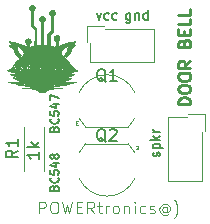
<source format=gbr>
%TF.GenerationSoftware,KiCad,Pcbnew,(5.1.6)-1*%
%TF.CreationDate,2020-09-07T12:05:41+05:30*%
%TF.ProjectId,door,646f6f72-2e6b-4696-9361-645f70636258,rev?*%
%TF.SameCoordinates,Original*%
%TF.FileFunction,Legend,Top*%
%TF.FilePolarity,Positive*%
%FSLAX46Y46*%
G04 Gerber Fmt 4.6, Leading zero omitted, Abs format (unit mm)*
G04 Created by KiCad (PCBNEW (5.1.6)-1) date 2020-09-07 12:05:41*
%MOMM*%
%LPD*%
G01*
G04 APERTURE LIST*
%ADD10C,0.250000*%
%ADD11C,0.150000*%
%ADD12C,0.075000*%
%ADD13C,0.200000*%
%ADD14C,0.125000*%
%ADD15C,0.010000*%
%ADD16C,0.120000*%
G04 APERTURE END LIST*
D10*
X159452380Y-98952380D02*
X158452380Y-98952380D01*
X158452380Y-98714285D01*
X158500000Y-98571428D01*
X158595238Y-98476190D01*
X158690476Y-98428571D01*
X158880952Y-98380952D01*
X159023809Y-98380952D01*
X159214285Y-98428571D01*
X159309523Y-98476190D01*
X159404761Y-98571428D01*
X159452380Y-98714285D01*
X159452380Y-98952380D01*
X158452380Y-97761904D02*
X158452380Y-97571428D01*
X158500000Y-97476190D01*
X158595238Y-97380952D01*
X158785714Y-97333333D01*
X159119047Y-97333333D01*
X159309523Y-97380952D01*
X159404761Y-97476190D01*
X159452380Y-97571428D01*
X159452380Y-97761904D01*
X159404761Y-97857142D01*
X159309523Y-97952380D01*
X159119047Y-98000000D01*
X158785714Y-98000000D01*
X158595238Y-97952380D01*
X158500000Y-97857142D01*
X158452380Y-97761904D01*
X158452380Y-96714285D02*
X158452380Y-96523809D01*
X158500000Y-96428571D01*
X158595238Y-96333333D01*
X158785714Y-96285714D01*
X159119047Y-96285714D01*
X159309523Y-96333333D01*
X159404761Y-96428571D01*
X159452380Y-96523809D01*
X159452380Y-96714285D01*
X159404761Y-96809523D01*
X159309523Y-96904761D01*
X159119047Y-96952380D01*
X158785714Y-96952380D01*
X158595238Y-96904761D01*
X158500000Y-96809523D01*
X158452380Y-96714285D01*
X159452380Y-95285714D02*
X158976190Y-95619047D01*
X159452380Y-95857142D02*
X158452380Y-95857142D01*
X158452380Y-95476190D01*
X158500000Y-95380952D01*
X158547619Y-95333333D01*
X158642857Y-95285714D01*
X158785714Y-95285714D01*
X158880952Y-95333333D01*
X158928571Y-95380952D01*
X158976190Y-95476190D01*
X158976190Y-95857142D01*
X158928571Y-93761904D02*
X158976190Y-93619047D01*
X159023809Y-93571428D01*
X159119047Y-93523809D01*
X159261904Y-93523809D01*
X159357142Y-93571428D01*
X159404761Y-93619047D01*
X159452380Y-93714285D01*
X159452380Y-94095238D01*
X158452380Y-94095238D01*
X158452380Y-93761904D01*
X158500000Y-93666666D01*
X158547619Y-93619047D01*
X158642857Y-93571428D01*
X158738095Y-93571428D01*
X158833333Y-93619047D01*
X158880952Y-93666666D01*
X158928571Y-93761904D01*
X158928571Y-94095238D01*
X158928571Y-93095238D02*
X158928571Y-92761904D01*
X159452380Y-92619047D02*
X159452380Y-93095238D01*
X158452380Y-93095238D01*
X158452380Y-92619047D01*
X159452380Y-91714285D02*
X159452380Y-92190476D01*
X158452380Y-92190476D01*
X159452380Y-90904761D02*
X159452380Y-91380952D01*
X158452380Y-91380952D01*
D11*
X147950000Y-101050000D02*
X147983333Y-100950000D01*
X148016666Y-100916666D01*
X148083333Y-100883333D01*
X148183333Y-100883333D01*
X148250000Y-100916666D01*
X148283333Y-100950000D01*
X148316666Y-101016666D01*
X148316666Y-101283333D01*
X147616666Y-101283333D01*
X147616666Y-101050000D01*
X147650000Y-100983333D01*
X147683333Y-100950000D01*
X147750000Y-100916666D01*
X147816666Y-100916666D01*
X147883333Y-100950000D01*
X147916666Y-100983333D01*
X147950000Y-101050000D01*
X147950000Y-101283333D01*
X148250000Y-100183333D02*
X148283333Y-100216666D01*
X148316666Y-100316666D01*
X148316666Y-100383333D01*
X148283333Y-100483333D01*
X148216666Y-100550000D01*
X148150000Y-100583333D01*
X148016666Y-100616666D01*
X147916666Y-100616666D01*
X147783333Y-100583333D01*
X147716666Y-100550000D01*
X147650000Y-100483333D01*
X147616666Y-100383333D01*
X147616666Y-100316666D01*
X147650000Y-100216666D01*
X147683333Y-100183333D01*
X147616666Y-99550000D02*
X147616666Y-99883333D01*
X147950000Y-99916666D01*
X147916666Y-99883333D01*
X147883333Y-99816666D01*
X147883333Y-99650000D01*
X147916666Y-99583333D01*
X147950000Y-99550000D01*
X148016666Y-99516666D01*
X148183333Y-99516666D01*
X148250000Y-99550000D01*
X148283333Y-99583333D01*
X148316666Y-99650000D01*
X148316666Y-99816666D01*
X148283333Y-99883333D01*
X148250000Y-99916666D01*
X147850000Y-98916666D02*
X148316666Y-98916666D01*
X147583333Y-99083333D02*
X148083333Y-99250000D01*
X148083333Y-98816666D01*
X147616666Y-98616666D02*
X147616666Y-98150000D01*
X148316666Y-98450000D01*
D12*
X155004285Y-102637428D02*
X154904285Y-102637428D01*
X154861428Y-102480285D02*
X155004285Y-102480285D01*
X155004285Y-102780285D01*
X154861428Y-102780285D01*
X149795714Y-100562571D02*
X149895714Y-100562571D01*
X149938571Y-100719714D02*
X149795714Y-100719714D01*
X149795714Y-100419714D01*
X149938571Y-100419714D01*
D13*
X156823809Y-103354761D02*
X156861904Y-103278571D01*
X156861904Y-103126190D01*
X156823809Y-103050000D01*
X156747619Y-103011904D01*
X156709523Y-103011904D01*
X156633333Y-103050000D01*
X156595238Y-103126190D01*
X156595238Y-103240476D01*
X156557142Y-103316666D01*
X156480952Y-103354761D01*
X156442857Y-103354761D01*
X156366666Y-103316666D01*
X156328571Y-103240476D01*
X156328571Y-103126190D01*
X156366666Y-103050000D01*
X156328571Y-102669047D02*
X157128571Y-102669047D01*
X156366666Y-102669047D02*
X156328571Y-102592857D01*
X156328571Y-102440476D01*
X156366666Y-102364285D01*
X156404761Y-102326190D01*
X156480952Y-102288095D01*
X156709523Y-102288095D01*
X156785714Y-102326190D01*
X156823809Y-102364285D01*
X156861904Y-102440476D01*
X156861904Y-102592857D01*
X156823809Y-102669047D01*
X156861904Y-101945238D02*
X156061904Y-101945238D01*
X156557142Y-101869047D02*
X156861904Y-101640476D01*
X156328571Y-101640476D02*
X156633333Y-101945238D01*
X156861904Y-101297619D02*
X156328571Y-101297619D01*
X156480952Y-101297619D02*
X156404761Y-101259523D01*
X156366666Y-101221428D01*
X156328571Y-101145238D01*
X156328571Y-101069047D01*
X154387619Y-91268571D02*
X154387619Y-91916190D01*
X154349523Y-91992380D01*
X154311428Y-92030476D01*
X154235238Y-92068571D01*
X154120952Y-92068571D01*
X154044761Y-92030476D01*
X154387619Y-91763809D02*
X154311428Y-91801904D01*
X154159047Y-91801904D01*
X154082857Y-91763809D01*
X154044761Y-91725714D01*
X154006666Y-91649523D01*
X154006666Y-91420952D01*
X154044761Y-91344761D01*
X154082857Y-91306666D01*
X154159047Y-91268571D01*
X154311428Y-91268571D01*
X154387619Y-91306666D01*
X154768571Y-91268571D02*
X154768571Y-91801904D01*
X154768571Y-91344761D02*
X154806666Y-91306666D01*
X154882857Y-91268571D01*
X154997142Y-91268571D01*
X155073333Y-91306666D01*
X155111428Y-91382857D01*
X155111428Y-91801904D01*
X155835238Y-91801904D02*
X155835238Y-91001904D01*
X155835238Y-91763809D02*
X155759047Y-91801904D01*
X155606666Y-91801904D01*
X155530476Y-91763809D01*
X155492380Y-91725714D01*
X155454285Y-91649523D01*
X155454285Y-91420952D01*
X155492380Y-91344761D01*
X155530476Y-91306666D01*
X155606666Y-91268571D01*
X155759047Y-91268571D01*
X155835238Y-91306666D01*
X151523809Y-91268571D02*
X151714285Y-91801904D01*
X151904761Y-91268571D01*
X152552380Y-91763809D02*
X152476190Y-91801904D01*
X152323809Y-91801904D01*
X152247619Y-91763809D01*
X152209523Y-91725714D01*
X152171428Y-91649523D01*
X152171428Y-91420952D01*
X152209523Y-91344761D01*
X152247619Y-91306666D01*
X152323809Y-91268571D01*
X152476190Y-91268571D01*
X152552380Y-91306666D01*
X153238095Y-91763809D02*
X153161904Y-91801904D01*
X153009523Y-91801904D01*
X152933333Y-91763809D01*
X152895238Y-91725714D01*
X152857142Y-91649523D01*
X152857142Y-91420952D01*
X152895238Y-91344761D01*
X152933333Y-91306666D01*
X153009523Y-91268571D01*
X153161904Y-91268571D01*
X153238095Y-91306666D01*
D14*
X146642857Y-108202380D02*
X146642857Y-107202380D01*
X147023809Y-107202380D01*
X147119047Y-107250000D01*
X147166666Y-107297619D01*
X147214285Y-107392857D01*
X147214285Y-107535714D01*
X147166666Y-107630952D01*
X147119047Y-107678571D01*
X147023809Y-107726190D01*
X146642857Y-107726190D01*
X147833333Y-107202380D02*
X148023809Y-107202380D01*
X148119047Y-107250000D01*
X148214285Y-107345238D01*
X148261904Y-107535714D01*
X148261904Y-107869047D01*
X148214285Y-108059523D01*
X148119047Y-108154761D01*
X148023809Y-108202380D01*
X147833333Y-108202380D01*
X147738095Y-108154761D01*
X147642857Y-108059523D01*
X147595238Y-107869047D01*
X147595238Y-107535714D01*
X147642857Y-107345238D01*
X147738095Y-107250000D01*
X147833333Y-107202380D01*
X148595238Y-107202380D02*
X148833333Y-108202380D01*
X149023809Y-107488095D01*
X149214285Y-108202380D01*
X149452380Y-107202380D01*
X149833333Y-107678571D02*
X150166666Y-107678571D01*
X150309523Y-108202380D02*
X149833333Y-108202380D01*
X149833333Y-107202380D01*
X150309523Y-107202380D01*
X151309523Y-108202380D02*
X150976190Y-107726190D01*
X150738095Y-108202380D02*
X150738095Y-107202380D01*
X151119047Y-107202380D01*
X151214285Y-107250000D01*
X151261904Y-107297619D01*
X151309523Y-107392857D01*
X151309523Y-107535714D01*
X151261904Y-107630952D01*
X151214285Y-107678571D01*
X151119047Y-107726190D01*
X150738095Y-107726190D01*
X151595238Y-107535714D02*
X151976190Y-107535714D01*
X151738095Y-107202380D02*
X151738095Y-108059523D01*
X151785714Y-108154761D01*
X151880952Y-108202380D01*
X151976190Y-108202380D01*
X152309523Y-108202380D02*
X152309523Y-107535714D01*
X152309523Y-107726190D02*
X152357142Y-107630952D01*
X152404761Y-107583333D01*
X152500000Y-107535714D01*
X152595238Y-107535714D01*
X153071428Y-108202380D02*
X152976190Y-108154761D01*
X152928571Y-108107142D01*
X152880952Y-108011904D01*
X152880952Y-107726190D01*
X152928571Y-107630952D01*
X152976190Y-107583333D01*
X153071428Y-107535714D01*
X153214285Y-107535714D01*
X153309523Y-107583333D01*
X153357142Y-107630952D01*
X153404761Y-107726190D01*
X153404761Y-108011904D01*
X153357142Y-108107142D01*
X153309523Y-108154761D01*
X153214285Y-108202380D01*
X153071428Y-108202380D01*
X153833333Y-107535714D02*
X153833333Y-108202380D01*
X153833333Y-107630952D02*
X153880952Y-107583333D01*
X153976190Y-107535714D01*
X154119047Y-107535714D01*
X154214285Y-107583333D01*
X154261904Y-107678571D01*
X154261904Y-108202380D01*
X154738095Y-108202380D02*
X154738095Y-107535714D01*
X154738095Y-107202380D02*
X154690476Y-107250000D01*
X154738095Y-107297619D01*
X154785714Y-107250000D01*
X154738095Y-107202380D01*
X154738095Y-107297619D01*
X155642857Y-108154761D02*
X155547619Y-108202380D01*
X155357142Y-108202380D01*
X155261904Y-108154761D01*
X155214285Y-108107142D01*
X155166666Y-108011904D01*
X155166666Y-107726190D01*
X155214285Y-107630952D01*
X155261904Y-107583333D01*
X155357142Y-107535714D01*
X155547619Y-107535714D01*
X155642857Y-107583333D01*
X156023809Y-108154761D02*
X156119047Y-108202380D01*
X156309523Y-108202380D01*
X156404761Y-108154761D01*
X156452380Y-108059523D01*
X156452380Y-108011904D01*
X156404761Y-107916666D01*
X156309523Y-107869047D01*
X156166666Y-107869047D01*
X156071428Y-107821428D01*
X156023809Y-107726190D01*
X156023809Y-107678571D01*
X156071428Y-107583333D01*
X156166666Y-107535714D01*
X156309523Y-107535714D01*
X156404761Y-107583333D01*
X157500000Y-107726190D02*
X157452380Y-107678571D01*
X157357142Y-107630952D01*
X157261904Y-107630952D01*
X157166666Y-107678571D01*
X157119047Y-107726190D01*
X157071428Y-107821428D01*
X157071428Y-107916666D01*
X157119047Y-108011904D01*
X157166666Y-108059523D01*
X157261904Y-108107142D01*
X157357142Y-108107142D01*
X157452380Y-108059523D01*
X157500000Y-108011904D01*
X157500000Y-107630952D02*
X157500000Y-108011904D01*
X157547619Y-108059523D01*
X157595238Y-108059523D01*
X157690476Y-108011904D01*
X157738095Y-107916666D01*
X157738095Y-107678571D01*
X157642857Y-107535714D01*
X157500000Y-107440476D01*
X157309523Y-107392857D01*
X157119047Y-107440476D01*
X156976190Y-107535714D01*
X156880952Y-107678571D01*
X156833333Y-107869047D01*
X156880952Y-108059523D01*
X156976190Y-108202380D01*
X157119047Y-108297619D01*
X157309523Y-108345238D01*
X157500000Y-108297619D01*
X157642857Y-108202380D01*
X158071428Y-108583333D02*
X158119047Y-108535714D01*
X158214285Y-108392857D01*
X158261904Y-108297619D01*
X158309523Y-108154761D01*
X158357142Y-107916666D01*
X158357142Y-107726190D01*
X158309523Y-107488095D01*
X158261904Y-107345238D01*
X158214285Y-107250000D01*
X158119047Y-107107142D01*
X158071428Y-107059523D01*
D15*
%TO.C,G\u002A\u002A\u002A*%
G36*
X144673957Y-95709564D02*
G01*
X144686454Y-95748973D01*
X144662974Y-95796798D01*
X144653954Y-95805833D01*
X144604311Y-95839393D01*
X144575893Y-95831017D01*
X144569254Y-95780953D01*
X144570340Y-95768227D01*
X144584354Y-95713793D01*
X144616008Y-95693989D01*
X144628752Y-95693181D01*
X144673957Y-95709564D01*
G37*
X144673957Y-95709564D02*
X144686454Y-95748973D01*
X144662974Y-95796798D01*
X144653954Y-95805833D01*
X144604311Y-95839393D01*
X144575893Y-95831017D01*
X144569254Y-95780953D01*
X144570340Y-95768227D01*
X144584354Y-95713793D01*
X144616008Y-95693989D01*
X144628752Y-95693181D01*
X144673957Y-95709564D01*
G36*
X148874868Y-95926691D02*
G01*
X148870900Y-95935636D01*
X148848075Y-95957664D01*
X148844000Y-95958727D01*
X148833091Y-95940862D01*
X148832800Y-95935636D01*
X148852326Y-95913432D01*
X148859699Y-95912545D01*
X148874868Y-95926691D01*
G37*
X148874868Y-95926691D02*
X148870900Y-95935636D01*
X148848075Y-95957664D01*
X148844000Y-95958727D01*
X148833091Y-95940862D01*
X148832800Y-95935636D01*
X148852326Y-95913432D01*
X148859699Y-95912545D01*
X148874868Y-95926691D01*
G36*
X148969512Y-95760441D02*
G01*
X149028323Y-95799604D01*
X149057697Y-95852681D01*
X149057147Y-95880659D01*
X149033438Y-95921025D01*
X148998431Y-95928288D01*
X148970443Y-95899803D01*
X148968318Y-95893484D01*
X148934908Y-95846007D01*
X148880927Y-95831359D01*
X148820309Y-95848478D01*
X148766985Y-95896295D01*
X148758370Y-95909537D01*
X148749601Y-95957979D01*
X148785821Y-95990691D01*
X148863168Y-96004626D01*
X148879090Y-96004909D01*
X148934745Y-96007703D01*
X148948299Y-96019644D01*
X148934400Y-96039545D01*
X148877292Y-96069937D01*
X148804965Y-96067229D01*
X148736365Y-96032497D01*
X148731200Y-96028000D01*
X148693831Y-95985798D01*
X148680400Y-95956444D01*
X148697583Y-95896319D01*
X148739578Y-95828253D01*
X148792053Y-95772782D01*
X148821223Y-95754645D01*
X148895675Y-95742889D01*
X148969512Y-95760441D01*
G37*
X148969512Y-95760441D02*
X149028323Y-95799604D01*
X149057697Y-95852681D01*
X149057147Y-95880659D01*
X149033438Y-95921025D01*
X148998431Y-95928288D01*
X148970443Y-95899803D01*
X148968318Y-95893484D01*
X148934908Y-95846007D01*
X148880927Y-95831359D01*
X148820309Y-95848478D01*
X148766985Y-95896295D01*
X148758370Y-95909537D01*
X148749601Y-95957979D01*
X148785821Y-95990691D01*
X148863168Y-96004626D01*
X148879090Y-96004909D01*
X148934745Y-96007703D01*
X148948299Y-96019644D01*
X148934400Y-96039545D01*
X148877292Y-96069937D01*
X148804965Y-96067229D01*
X148736365Y-96032497D01*
X148731200Y-96028000D01*
X148693831Y-95985798D01*
X148680400Y-95956444D01*
X148697583Y-95896319D01*
X148739578Y-95828253D01*
X148792053Y-95772782D01*
X148821223Y-95754645D01*
X148895675Y-95742889D01*
X148969512Y-95760441D01*
G36*
X147457229Y-95929282D02*
G01*
X147457781Y-95968685D01*
X147435301Y-96014546D01*
X147414749Y-96035966D01*
X147358668Y-96069411D01*
X147321098Y-96066206D01*
X147308800Y-96031578D01*
X147328089Y-95982774D01*
X147372998Y-95936986D01*
X147424088Y-95913079D01*
X147431450Y-95912545D01*
X147457229Y-95929282D01*
G37*
X147457229Y-95929282D02*
X147457781Y-95968685D01*
X147435301Y-96014546D01*
X147414749Y-96035966D01*
X147358668Y-96069411D01*
X147321098Y-96066206D01*
X147308800Y-96031578D01*
X147328089Y-95982774D01*
X147372998Y-95936986D01*
X147424088Y-95913079D01*
X147431450Y-95912545D01*
X147457229Y-95929282D01*
G36*
X146278408Y-95720238D02*
G01*
X146293996Y-95756476D01*
X146274128Y-95797996D01*
X146243669Y-95819369D01*
X146192599Y-95839914D01*
X146170674Y-95829063D01*
X146165813Y-95779773D01*
X146165800Y-95774000D01*
X146172634Y-95724492D01*
X146201686Y-95706381D01*
X146229300Y-95704727D01*
X146278408Y-95720238D01*
G37*
X146278408Y-95720238D02*
X146293996Y-95756476D01*
X146274128Y-95797996D01*
X146243669Y-95819369D01*
X146192599Y-95839914D01*
X146170674Y-95829063D01*
X146165813Y-95779773D01*
X146165800Y-95774000D01*
X146172634Y-95724492D01*
X146201686Y-95706381D01*
X146229300Y-95704727D01*
X146278408Y-95720238D01*
G36*
X145041793Y-95800005D02*
G01*
X145068764Y-95842329D01*
X145073600Y-95889167D01*
X145057812Y-95956167D01*
X145017741Y-96015324D01*
X144964323Y-96057876D01*
X144908495Y-96075057D01*
X144861933Y-96058787D01*
X144840885Y-96010238D01*
X144851402Y-95944514D01*
X144889027Y-95877005D01*
X144925376Y-95839883D01*
X144993210Y-95798928D01*
X145041793Y-95800005D01*
G37*
X145041793Y-95800005D02*
X145068764Y-95842329D01*
X145073600Y-95889167D01*
X145057812Y-95956167D01*
X145017741Y-96015324D01*
X144964323Y-96057876D01*
X144908495Y-96075057D01*
X144861933Y-96058787D01*
X144840885Y-96010238D01*
X144851402Y-95944514D01*
X144889027Y-95877005D01*
X144925376Y-95839883D01*
X144993210Y-95798928D01*
X145041793Y-95800005D01*
G36*
X146111334Y-90564306D02*
G01*
X146191420Y-90601463D01*
X146251704Y-90670250D01*
X146266410Y-90702819D01*
X146283052Y-90802095D01*
X146253263Y-90889730D01*
X146189218Y-90961271D01*
X146115146Y-91025785D01*
X146115869Y-91653215D01*
X146116592Y-92280646D01*
X146268196Y-92422812D01*
X146419799Y-92564978D01*
X146419800Y-93268943D01*
X146419936Y-93467767D01*
X146420558Y-93625218D01*
X146421989Y-93746106D01*
X146424549Y-93835239D01*
X146428561Y-93897426D01*
X146434345Y-93937477D01*
X146442223Y-93960200D01*
X146452518Y-93970404D01*
X146465550Y-93972898D01*
X146466874Y-93972909D01*
X146516673Y-93970577D01*
X146597332Y-93964536D01*
X146670074Y-93958074D01*
X146826200Y-93943239D01*
X146826200Y-91937927D01*
X146750863Y-91880299D01*
X146682280Y-91802867D01*
X146656232Y-91716595D01*
X146668794Y-91631322D01*
X146716041Y-91556884D01*
X146794050Y-91503122D01*
X146898895Y-91479872D01*
X146910703Y-91479604D01*
X147012704Y-91498670D01*
X147091069Y-91550149D01*
X147141321Y-91623680D01*
X147158980Y-91708903D01*
X147139566Y-91795458D01*
X147080200Y-91871636D01*
X147004000Y-91936346D01*
X147004000Y-92943082D01*
X147004102Y-93185341D01*
X147004529Y-93385428D01*
X147005457Y-93547351D01*
X147007063Y-93675119D01*
X147009523Y-93772740D01*
X147013015Y-93844224D01*
X147017716Y-93893580D01*
X147023803Y-93924817D01*
X147031452Y-93941942D01*
X147040841Y-93948966D01*
X147048450Y-93950018D01*
X147098495Y-93952805D01*
X147176986Y-93959694D01*
X147226250Y-93964780D01*
X147359600Y-93979341D01*
X147359600Y-93022184D01*
X147512000Y-92877903D01*
X147664400Y-92733623D01*
X147664400Y-92096587D01*
X147664399Y-91459552D01*
X147588200Y-91390279D01*
X147527261Y-91308749D01*
X147509136Y-91222926D01*
X147527664Y-91140785D01*
X147576682Y-91070300D01*
X147650030Y-91019444D01*
X147741545Y-90996192D01*
X147845067Y-91008518D01*
X147874906Y-91019240D01*
X147942679Y-91068029D01*
X147995723Y-91142302D01*
X148019743Y-91221364D01*
X148020000Y-91229288D01*
X148000068Y-91300351D01*
X147948791Y-91375042D01*
X147887926Y-91428445D01*
X147874683Y-91440098D01*
X147864263Y-91458995D01*
X147856330Y-91490274D01*
X147850549Y-91539071D01*
X147846586Y-91610522D01*
X147844106Y-91709766D01*
X147842775Y-91841939D01*
X147842258Y-92012177D01*
X147842200Y-92130345D01*
X147842200Y-92802072D01*
X147537400Y-93076596D01*
X147537400Y-93535408D01*
X147537399Y-93994220D01*
X147645350Y-94019838D01*
X147738738Y-94042702D01*
X147844014Y-94069444D01*
X147878560Y-94078456D01*
X147954060Y-94097352D01*
X148009019Y-94109292D01*
X148024610Y-94111454D01*
X148032753Y-94089877D01*
X148039399Y-94031187D01*
X148043848Y-93944449D01*
X148045400Y-93842935D01*
X148045400Y-93574415D01*
X147953692Y-93482134D01*
X147899494Y-93422589D01*
X147875284Y-93376723D01*
X147873449Y-93327161D01*
X147876610Y-93306154D01*
X147914859Y-93211206D01*
X147984774Y-93142941D01*
X148075176Y-93105368D01*
X148174886Y-93102496D01*
X148272722Y-93138336D01*
X148297451Y-93155234D01*
X148348726Y-93202798D01*
X148371190Y-93254437D01*
X148375600Y-93318647D01*
X148367689Y-93396120D01*
X148336661Y-93453595D01*
X148299400Y-93491552D01*
X148265319Y-93524324D01*
X148243300Y-93555256D01*
X148230709Y-93595059D01*
X148224913Y-93654443D01*
X148223279Y-93744120D01*
X148223200Y-93801503D01*
X148224975Y-93900635D01*
X148229774Y-93979933D01*
X148236805Y-94029822D01*
X148243081Y-94042181D01*
X148273791Y-94032056D01*
X148336260Y-94005363D01*
X148417639Y-93967626D01*
X148427231Y-93963020D01*
X148657446Y-93868177D01*
X148928929Y-93786118D01*
X149245489Y-93715721D01*
X149301289Y-93705335D01*
X149425052Y-93682732D01*
X149534934Y-93662422D01*
X149618903Y-93646645D01*
X149664650Y-93637701D01*
X149707208Y-93634319D01*
X149717314Y-93651529D01*
X149693975Y-93693429D01*
X149636195Y-93764121D01*
X149633146Y-93767614D01*
X149572258Y-93841885D01*
X149548146Y-93888015D01*
X149562380Y-93911157D01*
X149616534Y-93916466D01*
X149677350Y-93912485D01*
X149810700Y-93900420D01*
X149734500Y-93953334D01*
X149587246Y-94064773D01*
X149476689Y-94172180D01*
X149391955Y-94287734D01*
X149329683Y-94406788D01*
X149257785Y-94556952D01*
X149193380Y-94670874D01*
X149130579Y-94756864D01*
X149063494Y-94823233D01*
X149003247Y-94867483D01*
X148889278Y-94941889D01*
X148822939Y-94894450D01*
X148777538Y-94856781D01*
X148756739Y-94829256D01*
X148756600Y-94827917D01*
X148769907Y-94800240D01*
X148804643Y-94746812D01*
X148848826Y-94685275D01*
X148932871Y-94562816D01*
X148988227Y-94454302D01*
X149022964Y-94341801D01*
X149036878Y-94267441D01*
X149069305Y-94147727D01*
X149125929Y-94059949D01*
X149166549Y-94007675D01*
X149166629Y-93982768D01*
X149126596Y-93985288D01*
X149046877Y-94015293D01*
X148990705Y-94041377D01*
X148831620Y-94131357D01*
X148694694Y-94234103D01*
X148586090Y-94343184D01*
X148511971Y-94452175D01*
X148478500Y-94554645D01*
X148477200Y-94576931D01*
X148490799Y-94644321D01*
X148533512Y-94724747D01*
X148608208Y-94821965D01*
X148717759Y-94939731D01*
X148858200Y-95075433D01*
X148971154Y-95185862D01*
X149087604Y-95308308D01*
X149194637Y-95428683D01*
X149279338Y-95532901D01*
X149287158Y-95543342D01*
X149414560Y-95709764D01*
X149523181Y-95838752D01*
X149616848Y-95934229D01*
X149699388Y-96000119D01*
X149770433Y-96038657D01*
X149843886Y-96073088D01*
X149869600Y-96098447D01*
X149848789Y-96118020D01*
X149804350Y-96130666D01*
X149732468Y-96148181D01*
X149634763Y-96174381D01*
X149520642Y-96206463D01*
X149399512Y-96241623D01*
X149280780Y-96277056D01*
X149173855Y-96309959D01*
X149088143Y-96337529D01*
X149033052Y-96356960D01*
X149017458Y-96365204D01*
X149054896Y-96376384D01*
X149136097Y-96385546D01*
X149254050Y-96392178D01*
X149401745Y-96395769D01*
X149441130Y-96396124D01*
X149534731Y-96398768D01*
X149601745Y-96404698D01*
X149632166Y-96412836D01*
X149631630Y-96416649D01*
X149601066Y-96431519D01*
X149531801Y-96460485D01*
X149432171Y-96500206D01*
X149310516Y-96547342D01*
X149213800Y-96584058D01*
X149087426Y-96633049D01*
X148984009Y-96675909D01*
X148909923Y-96709762D01*
X148871537Y-96731733D01*
X148870900Y-96738833D01*
X148917692Y-96738444D01*
X149000304Y-96731889D01*
X149104414Y-96720428D01*
X149157432Y-96713607D01*
X149263953Y-96701280D01*
X149341536Y-96696412D01*
X149381675Y-96699376D01*
X149385182Y-96703592D01*
X149353301Y-96736100D01*
X149282149Y-96779837D01*
X149180386Y-96830722D01*
X149056665Y-96884671D01*
X148919646Y-96937602D01*
X148807400Y-96976105D01*
X148684451Y-97016158D01*
X148570598Y-97053926D01*
X148479157Y-97084951D01*
X148426400Y-97103659D01*
X148337500Y-97136956D01*
X148464500Y-97125623D01*
X148526091Y-97121947D01*
X148629472Y-97117824D01*
X148765639Y-97113524D01*
X148925588Y-97109317D01*
X149100314Y-97105472D01*
X149201100Y-97103581D01*
X149810700Y-97092871D01*
X149300533Y-97124168D01*
X149065875Y-97140481D01*
X148830446Y-97160377D01*
X148602434Y-97182902D01*
X148390023Y-97207106D01*
X148201401Y-97232035D01*
X148044754Y-97256736D01*
X147928268Y-97280259D01*
X147903074Y-97286749D01*
X147828671Y-97311873D01*
X147759629Y-97342548D01*
X147705450Y-97373159D01*
X147675636Y-97398090D01*
X147679690Y-97411726D01*
X147689800Y-97412788D01*
X147728933Y-97409118D01*
X147806496Y-97398879D01*
X147910921Y-97383681D01*
X148020000Y-97366825D01*
X148225168Y-97336359D01*
X148433395Y-97309168D01*
X148634315Y-97286330D01*
X148817562Y-97268919D01*
X148972770Y-97258012D01*
X149089575Y-97254683D01*
X149099344Y-97254820D01*
X149154640Y-97256792D01*
X149172326Y-97260304D01*
X149149281Y-97266064D01*
X149082387Y-97274780D01*
X148968523Y-97287162D01*
X148947100Y-97289390D01*
X148805370Y-97306356D01*
X148641698Y-97329705D01*
X148464178Y-97357902D01*
X148280906Y-97389414D01*
X148099975Y-97422705D01*
X147929479Y-97456241D01*
X147777514Y-97488487D01*
X147652173Y-97517910D01*
X147561551Y-97542974D01*
X147516136Y-97560669D01*
X147489920Y-97585004D01*
X147508288Y-97599500D01*
X147566046Y-97603523D01*
X147657998Y-97596441D01*
X147728117Y-97586485D01*
X147832009Y-97573987D01*
X147962825Y-97564594D01*
X148108623Y-97558457D01*
X148257463Y-97555729D01*
X148397402Y-97556558D01*
X148516498Y-97561097D01*
X148602810Y-97569496D01*
X148629600Y-97575091D01*
X148631287Y-97582315D01*
X148586114Y-97588420D01*
X148498010Y-97593136D01*
X148370905Y-97596193D01*
X148312100Y-97596873D01*
X148094720Y-97602763D01*
X147892684Y-97615899D01*
X147721827Y-97635178D01*
X147689800Y-97640167D01*
X147575926Y-97660096D01*
X147497819Y-97678545D01*
X147441097Y-97701415D01*
X147391379Y-97734608D01*
X147334284Y-97784026D01*
X147330200Y-97787736D01*
X147217402Y-97873267D01*
X147099052Y-97925394D01*
X147077940Y-97931470D01*
X146994517Y-97953144D01*
X146937953Y-97962503D01*
X146886410Y-97960388D01*
X146818052Y-97947641D01*
X146793624Y-97942430D01*
X146662977Y-97903304D01*
X146554967Y-97842011D01*
X146466321Y-97765192D01*
X146423031Y-97724561D01*
X146383378Y-97696425D01*
X146335434Y-97676570D01*
X146267272Y-97660781D01*
X146166964Y-97644847D01*
X146098021Y-97635087D01*
X145959077Y-97619558D01*
X145791733Y-97606721D01*
X145618374Y-97598028D01*
X145480000Y-97594967D01*
X145340446Y-97593348D01*
X145249070Y-97589947D01*
X145203278Y-97584547D01*
X145200479Y-97576929D01*
X145213300Y-97572514D01*
X145302768Y-97558121D01*
X145430362Y-97550857D01*
X145584099Y-97550254D01*
X145751998Y-97555845D01*
X145922075Y-97567161D01*
X146082349Y-97583735D01*
X146220837Y-97605099D01*
X146261050Y-97613420D01*
X146306930Y-97614057D01*
X146318200Y-97591610D01*
X146315403Y-97572277D01*
X146301542Y-97556701D01*
X146268409Y-97541870D01*
X146207798Y-97524773D01*
X146111502Y-97502399D01*
X146020811Y-97482495D01*
X145755308Y-97426604D01*
X145522120Y-97382038D01*
X145305177Y-97346050D01*
X145088410Y-97315893D01*
X144946600Y-97298867D01*
X144809910Y-97282786D01*
X144720876Y-97270932D01*
X144676631Y-97262714D01*
X144674306Y-97257541D01*
X144711036Y-97254821D01*
X144730855Y-97254367D01*
X144843359Y-97257058D01*
X144995271Y-97267386D01*
X145176116Y-97284261D01*
X145375419Y-97306592D01*
X145582704Y-97333286D01*
X145787495Y-97363253D01*
X145810200Y-97366825D01*
X145944000Y-97387983D01*
X146035691Y-97401918D01*
X146093224Y-97409260D01*
X146124552Y-97410635D01*
X146137625Y-97406672D01*
X146140396Y-97398000D01*
X146140400Y-97392906D01*
X146117052Y-97366600D01*
X146053573Y-97335403D01*
X145959807Y-97302703D01*
X145845602Y-97271885D01*
X145720803Y-97246338D01*
X145708147Y-97244208D01*
X145509725Y-97214012D01*
X145303993Y-97188070D01*
X145080259Y-97165304D01*
X144827828Y-97144631D01*
X144536008Y-97124973D01*
X144514800Y-97123666D01*
X144019500Y-97093310D01*
X144629100Y-97103527D01*
X144807215Y-97106942D01*
X144974705Y-97110955D01*
X145122784Y-97115293D01*
X145242669Y-97119682D01*
X145325573Y-97123850D01*
X145353000Y-97126031D01*
X145415615Y-97130376D01*
X145435929Y-97125026D01*
X145412550Y-97109272D01*
X145344087Y-97082401D01*
X145229149Y-97043701D01*
X145131374Y-97012653D01*
X145010270Y-96973781D01*
X144893819Y-96934685D01*
X144798746Y-96901059D01*
X144758744Y-96885806D01*
X144687200Y-96853436D01*
X144606955Y-96811771D01*
X144529140Y-96767393D01*
X144464889Y-96726883D01*
X144425332Y-96696823D01*
X144418813Y-96684836D01*
X144446233Y-96684611D01*
X144511993Y-96691002D01*
X144604371Y-96702760D01*
X144655548Y-96710065D01*
X144797939Y-96730105D01*
X144896931Y-96741136D01*
X144951929Y-96742069D01*
X144962336Y-96731819D01*
X144927555Y-96709299D01*
X144846991Y-96673422D01*
X144720046Y-96623101D01*
X144578300Y-96569312D01*
X144452561Y-96521460D01*
X144343054Y-96478580D01*
X144258636Y-96444233D01*
X144208161Y-96421980D01*
X144198569Y-96416624D01*
X144211644Y-96408385D01*
X144266070Y-96401352D01*
X144352396Y-96396431D01*
X144427169Y-96394722D01*
X144588308Y-96391866D01*
X144699030Y-96386323D01*
X144759700Y-96376580D01*
X144770686Y-96361127D01*
X144732354Y-96338453D01*
X144645069Y-96307046D01*
X144509198Y-96265395D01*
X144461878Y-96251511D01*
X144332771Y-96214125D01*
X144221215Y-96182345D01*
X144135934Y-96158615D01*
X144085650Y-96145379D01*
X144076182Y-96143454D01*
X144043858Y-96135852D01*
X143989403Y-96118106D01*
X143917900Y-96092757D01*
X144048597Y-96039659D01*
X144115135Y-96007565D01*
X144179467Y-95964058D01*
X144246989Y-95903664D01*
X144323096Y-95820911D01*
X144350983Y-95786679D01*
X144481468Y-95786679D01*
X144491669Y-95916485D01*
X144504858Y-96023610D01*
X144522195Y-96088010D01*
X144545986Y-96113449D01*
X144567896Y-96098729D01*
X144579593Y-96042655D01*
X144579888Y-96034386D01*
X144594048Y-95984254D01*
X144768800Y-95984254D01*
X144786852Y-96070293D01*
X144836945Y-96122800D01*
X144912978Y-96138748D01*
X145008854Y-96115114D01*
X145021307Y-96109519D01*
X145082115Y-96062622D01*
X145124009Y-95999838D01*
X145154527Y-95924091D01*
X145200340Y-96018841D01*
X145247624Y-96091944D01*
X145299596Y-96132295D01*
X145348446Y-96134139D01*
X145353439Y-96131662D01*
X145374686Y-96103617D01*
X145399919Y-96049707D01*
X145404661Y-96037172D01*
X145434628Y-95954624D01*
X145482341Y-96025948D01*
X145522529Y-96078269D01*
X145555603Y-96094643D01*
X145595472Y-96081162D01*
X145601114Y-96077977D01*
X145631776Y-96041510D01*
X145656725Y-95978265D01*
X145674524Y-95900284D01*
X145683735Y-95819609D01*
X145682921Y-95748281D01*
X145670645Y-95698342D01*
X145648423Y-95681636D01*
X145622204Y-95702957D01*
X145600424Y-95759882D01*
X145586050Y-95841852D01*
X145581879Y-95918318D01*
X145574064Y-95969031D01*
X145553469Y-95977055D01*
X145523415Y-95943501D01*
X145495663Y-95889454D01*
X145456093Y-95822466D01*
X145418327Y-95799335D01*
X145386455Y-95820239D01*
X145364871Y-95883681D01*
X145344483Y-95973755D01*
X145323690Y-96017864D01*
X145301004Y-96016214D01*
X145274940Y-95969011D01*
X145250935Y-95899492D01*
X145223657Y-95834338D01*
X145191893Y-95790583D01*
X145177601Y-95781757D01*
X145119652Y-95761073D01*
X145092994Y-95749223D01*
X145003919Y-95728547D01*
X144917922Y-95747162D01*
X144844066Y-95798497D01*
X144791413Y-95875982D01*
X144769026Y-95973049D01*
X144768800Y-95984254D01*
X144594048Y-95984254D01*
X144598295Y-95969221D01*
X144655223Y-95901241D01*
X144675138Y-95883487D01*
X144743425Y-95807520D01*
X144769064Y-95736334D01*
X144750314Y-95675995D01*
X144738320Y-95663163D01*
X144690100Y-95643573D01*
X144617889Y-95636224D01*
X144545896Y-95641468D01*
X144498334Y-95659659D01*
X144498327Y-95659666D01*
X144483685Y-95700957D01*
X144481468Y-95786679D01*
X144350983Y-95786679D01*
X144413185Y-95710326D01*
X144505278Y-95589272D01*
X145710993Y-95589272D01*
X145724606Y-95710500D01*
X145746314Y-95874792D01*
X145770315Y-95996570D01*
X145797847Y-96079493D01*
X145830144Y-96127219D01*
X145868443Y-96143406D01*
X145870913Y-96143454D01*
X145908255Y-96131312D01*
X145968066Y-96100738D01*
X145994803Y-96084894D01*
X146063952Y-96033821D01*
X146089914Y-95997624D01*
X146075632Y-95981854D01*
X146024046Y-95992062D01*
X145960950Y-96021013D01*
X145902127Y-96047200D01*
X145871471Y-96040271D01*
X145857278Y-95995731D01*
X145855197Y-95980391D01*
X145857795Y-95940942D01*
X145887914Y-95922796D01*
X145932391Y-95916750D01*
X145991592Y-95903520D01*
X146005605Y-95882995D01*
X145977526Y-95862234D01*
X145910451Y-95848295D01*
X145902049Y-95847573D01*
X145840275Y-95839993D01*
X145815367Y-95820419D01*
X145813477Y-95774141D01*
X145815113Y-95755210D01*
X145819081Y-95727206D01*
X146093917Y-95727206D01*
X146095935Y-95861690D01*
X146126601Y-95989374D01*
X146166919Y-96070304D01*
X146210846Y-96120440D01*
X146242654Y-96128754D01*
X146255984Y-96096771D01*
X146250693Y-96050195D01*
X146242360Y-96004420D01*
X146250942Y-95986293D01*
X146286719Y-95992402D01*
X146352382Y-96016454D01*
X146422434Y-96039205D01*
X146477817Y-96050737D01*
X146484600Y-96051091D01*
X146518368Y-96042555D01*
X146511187Y-96020349D01*
X146468523Y-95989579D01*
X146395841Y-95955348D01*
X146372580Y-95946467D01*
X146240143Y-95898069D01*
X146285005Y-95855392D01*
X146537114Y-95855392D01*
X146572250Y-95883424D01*
X146594962Y-95892078D01*
X146652047Y-95920556D01*
X146681294Y-95969575D01*
X146689079Y-96001163D01*
X146712433Y-96080525D01*
X146742234Y-96124625D01*
X146774748Y-96128639D01*
X146783070Y-96122627D01*
X146793069Y-96081372D01*
X146776620Y-96030678D01*
X146756976Y-95966449D01*
X146774431Y-95928559D01*
X146833590Y-95907848D01*
X146838865Y-95906900D01*
X146880182Y-95905577D01*
X146910690Y-95925608D01*
X146942131Y-95976594D01*
X146954528Y-96001471D01*
X147003621Y-96086514D01*
X147046192Y-96130166D01*
X147079293Y-96131935D01*
X147099975Y-96091331D01*
X147105600Y-96026637D01*
X147106082Y-96018709D01*
X147229054Y-96018709D01*
X147246705Y-96081114D01*
X147295484Y-96126477D01*
X147363996Y-96142752D01*
X147407689Y-96127785D01*
X147464719Y-96089589D01*
X147482053Y-96074763D01*
X147557613Y-96006071D01*
X147573390Y-96063217D01*
X147601326Y-96107261D01*
X147641514Y-96122301D01*
X147676799Y-96107575D01*
X147690188Y-96068409D01*
X147702110Y-96000533D01*
X147729544Y-95968258D01*
X147761904Y-95973506D01*
X147788605Y-96018197D01*
X147795599Y-96049282D01*
X147814171Y-96099661D01*
X147840749Y-96114937D01*
X147862359Y-96093513D01*
X147867600Y-96058153D01*
X147852316Y-95982453D01*
X147827691Y-95946746D01*
X147919223Y-95946746D01*
X147922471Y-96015872D01*
X147935202Y-96077199D01*
X147944693Y-96098790D01*
X147978592Y-96136218D01*
X148007951Y-96139113D01*
X148020000Y-96107508D01*
X148024591Y-96084471D01*
X148047356Y-96089893D01*
X148076451Y-96107508D01*
X148153835Y-96140125D01*
X148219920Y-96129212D01*
X148259851Y-96098727D01*
X148290672Y-96052217D01*
X148282395Y-96024959D01*
X148242424Y-96026137D01*
X148212760Y-96040322D01*
X148167042Y-96062576D01*
X148138233Y-96055644D01*
X148121450Y-96039381D01*
X148104114Y-95989732D01*
X148121510Y-95936306D01*
X148160268Y-95901087D01*
X148324800Y-95901087D01*
X148345633Y-95954224D01*
X148395331Y-95991210D01*
X148454688Y-95999083D01*
X148465671Y-95996150D01*
X148504839Y-95993900D01*
X148512102Y-96017484D01*
X148485466Y-96055405D01*
X148477200Y-96062636D01*
X148444847Y-96103102D01*
X148447270Y-96134173D01*
X148474271Y-96143454D01*
X148503281Y-96128186D01*
X148547916Y-96090974D01*
X148552629Y-96086472D01*
X148611515Y-96029490D01*
X148686006Y-96086472D01*
X148780125Y-96134591D01*
X148877475Y-96136674D01*
X148955880Y-96106869D01*
X149056609Y-96027076D01*
X149116514Y-95919967D01*
X149123572Y-95894950D01*
X149129586Y-95840632D01*
X149110131Y-95796869D01*
X149073931Y-95759746D01*
X149144597Y-95759746D01*
X149147360Y-95787068D01*
X149195074Y-95834091D01*
X149203666Y-95840984D01*
X149249165Y-95887785D01*
X149257122Y-95935351D01*
X149252927Y-95954830D01*
X149228428Y-96049809D01*
X149217892Y-96107605D01*
X149220903Y-96135328D01*
X149237048Y-96140089D01*
X149242192Y-96138800D01*
X149279413Y-96111648D01*
X149308675Y-96072358D01*
X149334332Y-95992086D01*
X149331011Y-95907786D01*
X149303288Y-95831496D01*
X149255734Y-95775253D01*
X149192924Y-95751098D01*
X149186556Y-95750909D01*
X149144597Y-95759746D01*
X149073931Y-95759746D01*
X149065360Y-95750957D01*
X148976070Y-95698508D01*
X148875978Y-95684241D01*
X148777474Y-95705251D01*
X148692947Y-95758630D01*
X148634786Y-95841472D01*
X148630248Y-95853031D01*
X148605697Y-95906954D01*
X148572181Y-95930286D01*
X148509954Y-95935609D01*
X148500630Y-95935636D01*
X148428610Y-95925571D01*
X148399632Y-95900206D01*
X148416348Y-95866783D01*
X148465157Y-95838798D01*
X148511257Y-95807545D01*
X148514946Y-95776387D01*
X148475027Y-95756091D01*
X148474370Y-95755973D01*
X148424028Y-95767431D01*
X148372329Y-95807587D01*
X148334638Y-95861533D01*
X148324800Y-95901087D01*
X148160268Y-95901087D01*
X148163955Y-95897737D01*
X148199372Y-95889454D01*
X148237788Y-95878600D01*
X148238936Y-95854976D01*
X148207397Y-95831992D01*
X148177138Y-95824393D01*
X148115944Y-95837420D01*
X148060630Y-95877609D01*
X148019093Y-95916061D01*
X147998334Y-95922342D01*
X147985139Y-95898606D01*
X147982223Y-95890380D01*
X147960220Y-95858006D01*
X147941971Y-95855845D01*
X147925657Y-95887508D01*
X147919223Y-95946746D01*
X147827691Y-95946746D01*
X147813210Y-95925750D01*
X147760400Y-95894803D01*
X147704005Y-95896369D01*
X147665344Y-95923056D01*
X147632137Y-95944360D01*
X147587326Y-95932593D01*
X147579683Y-95928829D01*
X147528437Y-95895694D01*
X147504387Y-95872136D01*
X147459361Y-95846544D01*
X147391755Y-95849428D01*
X147317643Y-95879295D01*
X147299525Y-95891130D01*
X147245628Y-95951352D01*
X147229054Y-96018709D01*
X147106082Y-96018709D01*
X147109188Y-95967688D01*
X147126028Y-95941712D01*
X147165230Y-95935652D01*
X147169100Y-95935636D01*
X147221612Y-95926270D01*
X147227208Y-95899959D01*
X147193437Y-95865562D01*
X147159223Y-95850282D01*
X147118371Y-95862226D01*
X147080331Y-95885714D01*
X147029195Y-95916255D01*
X147001187Y-95918459D01*
X146984878Y-95900474D01*
X146948224Y-95875525D01*
X146881358Y-95853954D01*
X146850466Y-95848011D01*
X146778898Y-95833185D01*
X146742640Y-95810980D01*
X146726320Y-95770881D01*
X146724482Y-95761836D01*
X146718164Y-95745524D01*
X147903646Y-95745524D01*
X147907040Y-95752881D01*
X147937876Y-95764321D01*
X147945969Y-95761235D01*
X147958553Y-95733202D01*
X147955159Y-95725846D01*
X147924323Y-95714405D01*
X147916230Y-95717491D01*
X147903646Y-95745524D01*
X146718164Y-95745524D01*
X146704570Y-95710428D01*
X146679148Y-95702336D01*
X146657925Y-95737575D01*
X146653062Y-95761736D01*
X146630652Y-95809793D01*
X146597411Y-95820181D01*
X146545622Y-95830760D01*
X146537114Y-95855392D01*
X146285005Y-95855392D01*
X146317271Y-95824699D01*
X146364453Y-95775028D01*
X146391718Y-95737053D01*
X146394400Y-95728560D01*
X146371992Y-95693791D01*
X146316386Y-95662643D01*
X146245008Y-95642574D01*
X146186647Y-95639642D01*
X146128824Y-95649957D01*
X146103053Y-95677419D01*
X146093917Y-95727206D01*
X145819081Y-95727206D01*
X145822279Y-95704643D01*
X145840960Y-95677874D01*
X145884990Y-95664865D01*
X145949900Y-95657404D01*
X146023288Y-95649386D01*
X146051770Y-95642126D01*
X146040959Y-95631538D01*
X146005396Y-95616995D01*
X145933348Y-95599201D01*
X145844066Y-95589742D01*
X145822443Y-95589272D01*
X145710993Y-95589272D01*
X144505278Y-95589272D01*
X144522651Y-95566436D01*
X144545569Y-95535577D01*
X144621277Y-95441453D01*
X144721482Y-95328327D01*
X144834127Y-95209267D01*
X144947158Y-95097344D01*
X144967592Y-95078048D01*
X145104293Y-94947238D01*
X145206737Y-94841871D01*
X145278852Y-94756933D01*
X145324567Y-94687408D01*
X145347811Y-94628284D01*
X145352869Y-94586335D01*
X145329084Y-94476872D01*
X145260584Y-94362578D01*
X145152255Y-94248587D01*
X145008985Y-94140031D01*
X144835663Y-94042045D01*
X144833674Y-94041077D01*
X144736198Y-93998364D01*
X144673892Y-93981101D01*
X144648912Y-93988989D01*
X144663416Y-94021730D01*
X144698702Y-94059740D01*
X144758956Y-94150422D01*
X144783013Y-94238454D01*
X144815600Y-94381409D01*
X144869206Y-94511855D01*
X144951961Y-94648467D01*
X144977150Y-94684368D01*
X145081767Y-94830343D01*
X145015908Y-94890215D01*
X144950050Y-94950086D01*
X144822600Y-94861728D01*
X144720705Y-94774303D01*
X144629876Y-94658678D01*
X144545497Y-94508195D01*
X144487931Y-94378874D01*
X144405736Y-94234869D01*
X144286231Y-94100516D01*
X144146084Y-93992836D01*
X144081026Y-93946988D01*
X144062931Y-93918539D01*
X144092011Y-93906825D01*
X144168478Y-93911180D01*
X144171900Y-93911601D01*
X144243536Y-93917122D01*
X144277776Y-93907539D01*
X144275591Y-93877516D01*
X144237949Y-93821722D01*
X144197300Y-93771930D01*
X144138790Y-93698269D01*
X144113594Y-93654123D01*
X144120649Y-93635008D01*
X144158896Y-93636436D01*
X144165550Y-93637779D01*
X144211623Y-93646720D01*
X144295919Y-93662339D01*
X144406794Y-93682501D01*
X144532603Y-93705074D01*
X144543686Y-93707049D01*
X144823847Y-93764438D01*
X145069313Y-93831901D01*
X145295843Y-93914113D01*
X145412964Y-93964966D01*
X145497465Y-94001184D01*
X145563714Y-94024967D01*
X145599678Y-94032108D01*
X145602245Y-94031110D01*
X145618316Y-93987760D01*
X145610191Y-93922439D01*
X145582513Y-93851193D01*
X145539927Y-93790070D01*
X145529608Y-93780097D01*
X145469615Y-93698403D01*
X145452602Y-93607215D01*
X145476367Y-93518154D01*
X145538709Y-93442840D01*
X145600456Y-93406073D01*
X145703811Y-93384315D01*
X145802422Y-93405139D01*
X145886243Y-93465197D01*
X145922114Y-93513257D01*
X145955370Y-93606214D01*
X145939336Y-93693188D01*
X145873311Y-93777278D01*
X145859545Y-93789417D01*
X145815313Y-93833120D01*
X145792922Y-93878711D01*
X145785299Y-93944429D01*
X145784800Y-93982173D01*
X145787386Y-94052445D01*
X145794069Y-94099398D01*
X145800794Y-94111454D01*
X145844778Y-94104961D01*
X145918552Y-94088084D01*
X146008166Y-94064724D01*
X146099665Y-94038784D01*
X146179097Y-94014166D01*
X146232511Y-93994770D01*
X146246717Y-93986748D01*
X146251272Y-93958433D01*
X146255501Y-93890017D01*
X146259233Y-93787583D01*
X146262295Y-93657212D01*
X146264518Y-93504984D01*
X146265729Y-93336982D01*
X146265820Y-93308135D01*
X146267506Y-92652830D01*
X145962600Y-92364168D01*
X145962600Y-91700715D01*
X145962599Y-91037262D01*
X145873699Y-90961041D01*
X145816244Y-90904019D01*
X145790331Y-90850426D01*
X145784800Y-90787633D01*
X145804926Y-90694641D01*
X145858241Y-90623946D01*
X145934146Y-90577414D01*
X146022043Y-90556912D01*
X146111334Y-90564306D01*
G37*
X146111334Y-90564306D02*
X146191420Y-90601463D01*
X146251704Y-90670250D01*
X146266410Y-90702819D01*
X146283052Y-90802095D01*
X146253263Y-90889730D01*
X146189218Y-90961271D01*
X146115146Y-91025785D01*
X146115869Y-91653215D01*
X146116592Y-92280646D01*
X146268196Y-92422812D01*
X146419799Y-92564978D01*
X146419800Y-93268943D01*
X146419936Y-93467767D01*
X146420558Y-93625218D01*
X146421989Y-93746106D01*
X146424549Y-93835239D01*
X146428561Y-93897426D01*
X146434345Y-93937477D01*
X146442223Y-93960200D01*
X146452518Y-93970404D01*
X146465550Y-93972898D01*
X146466874Y-93972909D01*
X146516673Y-93970577D01*
X146597332Y-93964536D01*
X146670074Y-93958074D01*
X146826200Y-93943239D01*
X146826200Y-91937927D01*
X146750863Y-91880299D01*
X146682280Y-91802867D01*
X146656232Y-91716595D01*
X146668794Y-91631322D01*
X146716041Y-91556884D01*
X146794050Y-91503122D01*
X146898895Y-91479872D01*
X146910703Y-91479604D01*
X147012704Y-91498670D01*
X147091069Y-91550149D01*
X147141321Y-91623680D01*
X147158980Y-91708903D01*
X147139566Y-91795458D01*
X147080200Y-91871636D01*
X147004000Y-91936346D01*
X147004000Y-92943082D01*
X147004102Y-93185341D01*
X147004529Y-93385428D01*
X147005457Y-93547351D01*
X147007063Y-93675119D01*
X147009523Y-93772740D01*
X147013015Y-93844224D01*
X147017716Y-93893580D01*
X147023803Y-93924817D01*
X147031452Y-93941942D01*
X147040841Y-93948966D01*
X147048450Y-93950018D01*
X147098495Y-93952805D01*
X147176986Y-93959694D01*
X147226250Y-93964780D01*
X147359600Y-93979341D01*
X147359600Y-93022184D01*
X147512000Y-92877903D01*
X147664400Y-92733623D01*
X147664400Y-92096587D01*
X147664399Y-91459552D01*
X147588200Y-91390279D01*
X147527261Y-91308749D01*
X147509136Y-91222926D01*
X147527664Y-91140785D01*
X147576682Y-91070300D01*
X147650030Y-91019444D01*
X147741545Y-90996192D01*
X147845067Y-91008518D01*
X147874906Y-91019240D01*
X147942679Y-91068029D01*
X147995723Y-91142302D01*
X148019743Y-91221364D01*
X148020000Y-91229288D01*
X148000068Y-91300351D01*
X147948791Y-91375042D01*
X147887926Y-91428445D01*
X147874683Y-91440098D01*
X147864263Y-91458995D01*
X147856330Y-91490274D01*
X147850549Y-91539071D01*
X147846586Y-91610522D01*
X147844106Y-91709766D01*
X147842775Y-91841939D01*
X147842258Y-92012177D01*
X147842200Y-92130345D01*
X147842200Y-92802072D01*
X147537400Y-93076596D01*
X147537400Y-93535408D01*
X147537399Y-93994220D01*
X147645350Y-94019838D01*
X147738738Y-94042702D01*
X147844014Y-94069444D01*
X147878560Y-94078456D01*
X147954060Y-94097352D01*
X148009019Y-94109292D01*
X148024610Y-94111454D01*
X148032753Y-94089877D01*
X148039399Y-94031187D01*
X148043848Y-93944449D01*
X148045400Y-93842935D01*
X148045400Y-93574415D01*
X147953692Y-93482134D01*
X147899494Y-93422589D01*
X147875284Y-93376723D01*
X147873449Y-93327161D01*
X147876610Y-93306154D01*
X147914859Y-93211206D01*
X147984774Y-93142941D01*
X148075176Y-93105368D01*
X148174886Y-93102496D01*
X148272722Y-93138336D01*
X148297451Y-93155234D01*
X148348726Y-93202798D01*
X148371190Y-93254437D01*
X148375600Y-93318647D01*
X148367689Y-93396120D01*
X148336661Y-93453595D01*
X148299400Y-93491552D01*
X148265319Y-93524324D01*
X148243300Y-93555256D01*
X148230709Y-93595059D01*
X148224913Y-93654443D01*
X148223279Y-93744120D01*
X148223200Y-93801503D01*
X148224975Y-93900635D01*
X148229774Y-93979933D01*
X148236805Y-94029822D01*
X148243081Y-94042181D01*
X148273791Y-94032056D01*
X148336260Y-94005363D01*
X148417639Y-93967626D01*
X148427231Y-93963020D01*
X148657446Y-93868177D01*
X148928929Y-93786118D01*
X149245489Y-93715721D01*
X149301289Y-93705335D01*
X149425052Y-93682732D01*
X149534934Y-93662422D01*
X149618903Y-93646645D01*
X149664650Y-93637701D01*
X149707208Y-93634319D01*
X149717314Y-93651529D01*
X149693975Y-93693429D01*
X149636195Y-93764121D01*
X149633146Y-93767614D01*
X149572258Y-93841885D01*
X149548146Y-93888015D01*
X149562380Y-93911157D01*
X149616534Y-93916466D01*
X149677350Y-93912485D01*
X149810700Y-93900420D01*
X149734500Y-93953334D01*
X149587246Y-94064773D01*
X149476689Y-94172180D01*
X149391955Y-94287734D01*
X149329683Y-94406788D01*
X149257785Y-94556952D01*
X149193380Y-94670874D01*
X149130579Y-94756864D01*
X149063494Y-94823233D01*
X149003247Y-94867483D01*
X148889278Y-94941889D01*
X148822939Y-94894450D01*
X148777538Y-94856781D01*
X148756739Y-94829256D01*
X148756600Y-94827917D01*
X148769907Y-94800240D01*
X148804643Y-94746812D01*
X148848826Y-94685275D01*
X148932871Y-94562816D01*
X148988227Y-94454302D01*
X149022964Y-94341801D01*
X149036878Y-94267441D01*
X149069305Y-94147727D01*
X149125929Y-94059949D01*
X149166549Y-94007675D01*
X149166629Y-93982768D01*
X149126596Y-93985288D01*
X149046877Y-94015293D01*
X148990705Y-94041377D01*
X148831620Y-94131357D01*
X148694694Y-94234103D01*
X148586090Y-94343184D01*
X148511971Y-94452175D01*
X148478500Y-94554645D01*
X148477200Y-94576931D01*
X148490799Y-94644321D01*
X148533512Y-94724747D01*
X148608208Y-94821965D01*
X148717759Y-94939731D01*
X148858200Y-95075433D01*
X148971154Y-95185862D01*
X149087604Y-95308308D01*
X149194637Y-95428683D01*
X149279338Y-95532901D01*
X149287158Y-95543342D01*
X149414560Y-95709764D01*
X149523181Y-95838752D01*
X149616848Y-95934229D01*
X149699388Y-96000119D01*
X149770433Y-96038657D01*
X149843886Y-96073088D01*
X149869600Y-96098447D01*
X149848789Y-96118020D01*
X149804350Y-96130666D01*
X149732468Y-96148181D01*
X149634763Y-96174381D01*
X149520642Y-96206463D01*
X149399512Y-96241623D01*
X149280780Y-96277056D01*
X149173855Y-96309959D01*
X149088143Y-96337529D01*
X149033052Y-96356960D01*
X149017458Y-96365204D01*
X149054896Y-96376384D01*
X149136097Y-96385546D01*
X149254050Y-96392178D01*
X149401745Y-96395769D01*
X149441130Y-96396124D01*
X149534731Y-96398768D01*
X149601745Y-96404698D01*
X149632166Y-96412836D01*
X149631630Y-96416649D01*
X149601066Y-96431519D01*
X149531801Y-96460485D01*
X149432171Y-96500206D01*
X149310516Y-96547342D01*
X149213800Y-96584058D01*
X149087426Y-96633049D01*
X148984009Y-96675909D01*
X148909923Y-96709762D01*
X148871537Y-96731733D01*
X148870900Y-96738833D01*
X148917692Y-96738444D01*
X149000304Y-96731889D01*
X149104414Y-96720428D01*
X149157432Y-96713607D01*
X149263953Y-96701280D01*
X149341536Y-96696412D01*
X149381675Y-96699376D01*
X149385182Y-96703592D01*
X149353301Y-96736100D01*
X149282149Y-96779837D01*
X149180386Y-96830722D01*
X149056665Y-96884671D01*
X148919646Y-96937602D01*
X148807400Y-96976105D01*
X148684451Y-97016158D01*
X148570598Y-97053926D01*
X148479157Y-97084951D01*
X148426400Y-97103659D01*
X148337500Y-97136956D01*
X148464500Y-97125623D01*
X148526091Y-97121947D01*
X148629472Y-97117824D01*
X148765639Y-97113524D01*
X148925588Y-97109317D01*
X149100314Y-97105472D01*
X149201100Y-97103581D01*
X149810700Y-97092871D01*
X149300533Y-97124168D01*
X149065875Y-97140481D01*
X148830446Y-97160377D01*
X148602434Y-97182902D01*
X148390023Y-97207106D01*
X148201401Y-97232035D01*
X148044754Y-97256736D01*
X147928268Y-97280259D01*
X147903074Y-97286749D01*
X147828671Y-97311873D01*
X147759629Y-97342548D01*
X147705450Y-97373159D01*
X147675636Y-97398090D01*
X147679690Y-97411726D01*
X147689800Y-97412788D01*
X147728933Y-97409118D01*
X147806496Y-97398879D01*
X147910921Y-97383681D01*
X148020000Y-97366825D01*
X148225168Y-97336359D01*
X148433395Y-97309168D01*
X148634315Y-97286330D01*
X148817562Y-97268919D01*
X148972770Y-97258012D01*
X149089575Y-97254683D01*
X149099344Y-97254820D01*
X149154640Y-97256792D01*
X149172326Y-97260304D01*
X149149281Y-97266064D01*
X149082387Y-97274780D01*
X148968523Y-97287162D01*
X148947100Y-97289390D01*
X148805370Y-97306356D01*
X148641698Y-97329705D01*
X148464178Y-97357902D01*
X148280906Y-97389414D01*
X148099975Y-97422705D01*
X147929479Y-97456241D01*
X147777514Y-97488487D01*
X147652173Y-97517910D01*
X147561551Y-97542974D01*
X147516136Y-97560669D01*
X147489920Y-97585004D01*
X147508288Y-97599500D01*
X147566046Y-97603523D01*
X147657998Y-97596441D01*
X147728117Y-97586485D01*
X147832009Y-97573987D01*
X147962825Y-97564594D01*
X148108623Y-97558457D01*
X148257463Y-97555729D01*
X148397402Y-97556558D01*
X148516498Y-97561097D01*
X148602810Y-97569496D01*
X148629600Y-97575091D01*
X148631287Y-97582315D01*
X148586114Y-97588420D01*
X148498010Y-97593136D01*
X148370905Y-97596193D01*
X148312100Y-97596873D01*
X148094720Y-97602763D01*
X147892684Y-97615899D01*
X147721827Y-97635178D01*
X147689800Y-97640167D01*
X147575926Y-97660096D01*
X147497819Y-97678545D01*
X147441097Y-97701415D01*
X147391379Y-97734608D01*
X147334284Y-97784026D01*
X147330200Y-97787736D01*
X147217402Y-97873267D01*
X147099052Y-97925394D01*
X147077940Y-97931470D01*
X146994517Y-97953144D01*
X146937953Y-97962503D01*
X146886410Y-97960388D01*
X146818052Y-97947641D01*
X146793624Y-97942430D01*
X146662977Y-97903304D01*
X146554967Y-97842011D01*
X146466321Y-97765192D01*
X146423031Y-97724561D01*
X146383378Y-97696425D01*
X146335434Y-97676570D01*
X146267272Y-97660781D01*
X146166964Y-97644847D01*
X146098021Y-97635087D01*
X145959077Y-97619558D01*
X145791733Y-97606721D01*
X145618374Y-97598028D01*
X145480000Y-97594967D01*
X145340446Y-97593348D01*
X145249070Y-97589947D01*
X145203278Y-97584547D01*
X145200479Y-97576929D01*
X145213300Y-97572514D01*
X145302768Y-97558121D01*
X145430362Y-97550857D01*
X145584099Y-97550254D01*
X145751998Y-97555845D01*
X145922075Y-97567161D01*
X146082349Y-97583735D01*
X146220837Y-97605099D01*
X146261050Y-97613420D01*
X146306930Y-97614057D01*
X146318200Y-97591610D01*
X146315403Y-97572277D01*
X146301542Y-97556701D01*
X146268409Y-97541870D01*
X146207798Y-97524773D01*
X146111502Y-97502399D01*
X146020811Y-97482495D01*
X145755308Y-97426604D01*
X145522120Y-97382038D01*
X145305177Y-97346050D01*
X145088410Y-97315893D01*
X144946600Y-97298867D01*
X144809910Y-97282786D01*
X144720876Y-97270932D01*
X144676631Y-97262714D01*
X144674306Y-97257541D01*
X144711036Y-97254821D01*
X144730855Y-97254367D01*
X144843359Y-97257058D01*
X144995271Y-97267386D01*
X145176116Y-97284261D01*
X145375419Y-97306592D01*
X145582704Y-97333286D01*
X145787495Y-97363253D01*
X145810200Y-97366825D01*
X145944000Y-97387983D01*
X146035691Y-97401918D01*
X146093224Y-97409260D01*
X146124552Y-97410635D01*
X146137625Y-97406672D01*
X146140396Y-97398000D01*
X146140400Y-97392906D01*
X146117052Y-97366600D01*
X146053573Y-97335403D01*
X145959807Y-97302703D01*
X145845602Y-97271885D01*
X145720803Y-97246338D01*
X145708147Y-97244208D01*
X145509725Y-97214012D01*
X145303993Y-97188070D01*
X145080259Y-97165304D01*
X144827828Y-97144631D01*
X144536008Y-97124973D01*
X144514800Y-97123666D01*
X144019500Y-97093310D01*
X144629100Y-97103527D01*
X144807215Y-97106942D01*
X144974705Y-97110955D01*
X145122784Y-97115293D01*
X145242669Y-97119682D01*
X145325573Y-97123850D01*
X145353000Y-97126031D01*
X145415615Y-97130376D01*
X145435929Y-97125026D01*
X145412550Y-97109272D01*
X145344087Y-97082401D01*
X145229149Y-97043701D01*
X145131374Y-97012653D01*
X145010270Y-96973781D01*
X144893819Y-96934685D01*
X144798746Y-96901059D01*
X144758744Y-96885806D01*
X144687200Y-96853436D01*
X144606955Y-96811771D01*
X144529140Y-96767393D01*
X144464889Y-96726883D01*
X144425332Y-96696823D01*
X144418813Y-96684836D01*
X144446233Y-96684611D01*
X144511993Y-96691002D01*
X144604371Y-96702760D01*
X144655548Y-96710065D01*
X144797939Y-96730105D01*
X144896931Y-96741136D01*
X144951929Y-96742069D01*
X144962336Y-96731819D01*
X144927555Y-96709299D01*
X144846991Y-96673422D01*
X144720046Y-96623101D01*
X144578300Y-96569312D01*
X144452561Y-96521460D01*
X144343054Y-96478580D01*
X144258636Y-96444233D01*
X144208161Y-96421980D01*
X144198569Y-96416624D01*
X144211644Y-96408385D01*
X144266070Y-96401352D01*
X144352396Y-96396431D01*
X144427169Y-96394722D01*
X144588308Y-96391866D01*
X144699030Y-96386323D01*
X144759700Y-96376580D01*
X144770686Y-96361127D01*
X144732354Y-96338453D01*
X144645069Y-96307046D01*
X144509198Y-96265395D01*
X144461878Y-96251511D01*
X144332771Y-96214125D01*
X144221215Y-96182345D01*
X144135934Y-96158615D01*
X144085650Y-96145379D01*
X144076182Y-96143454D01*
X144043858Y-96135852D01*
X143989403Y-96118106D01*
X143917900Y-96092757D01*
X144048597Y-96039659D01*
X144115135Y-96007565D01*
X144179467Y-95964058D01*
X144246989Y-95903664D01*
X144323096Y-95820911D01*
X144350983Y-95786679D01*
X144481468Y-95786679D01*
X144491669Y-95916485D01*
X144504858Y-96023610D01*
X144522195Y-96088010D01*
X144545986Y-96113449D01*
X144567896Y-96098729D01*
X144579593Y-96042655D01*
X144579888Y-96034386D01*
X144594048Y-95984254D01*
X144768800Y-95984254D01*
X144786852Y-96070293D01*
X144836945Y-96122800D01*
X144912978Y-96138748D01*
X145008854Y-96115114D01*
X145021307Y-96109519D01*
X145082115Y-96062622D01*
X145124009Y-95999838D01*
X145154527Y-95924091D01*
X145200340Y-96018841D01*
X145247624Y-96091944D01*
X145299596Y-96132295D01*
X145348446Y-96134139D01*
X145353439Y-96131662D01*
X145374686Y-96103617D01*
X145399919Y-96049707D01*
X145404661Y-96037172D01*
X145434628Y-95954624D01*
X145482341Y-96025948D01*
X145522529Y-96078269D01*
X145555603Y-96094643D01*
X145595472Y-96081162D01*
X145601114Y-96077977D01*
X145631776Y-96041510D01*
X145656725Y-95978265D01*
X145674524Y-95900284D01*
X145683735Y-95819609D01*
X145682921Y-95748281D01*
X145670645Y-95698342D01*
X145648423Y-95681636D01*
X145622204Y-95702957D01*
X145600424Y-95759882D01*
X145586050Y-95841852D01*
X145581879Y-95918318D01*
X145574064Y-95969031D01*
X145553469Y-95977055D01*
X145523415Y-95943501D01*
X145495663Y-95889454D01*
X145456093Y-95822466D01*
X145418327Y-95799335D01*
X145386455Y-95820239D01*
X145364871Y-95883681D01*
X145344483Y-95973755D01*
X145323690Y-96017864D01*
X145301004Y-96016214D01*
X145274940Y-95969011D01*
X145250935Y-95899492D01*
X145223657Y-95834338D01*
X145191893Y-95790583D01*
X145177601Y-95781757D01*
X145119652Y-95761073D01*
X145092994Y-95749223D01*
X145003919Y-95728547D01*
X144917922Y-95747162D01*
X144844066Y-95798497D01*
X144791413Y-95875982D01*
X144769026Y-95973049D01*
X144768800Y-95984254D01*
X144594048Y-95984254D01*
X144598295Y-95969221D01*
X144655223Y-95901241D01*
X144675138Y-95883487D01*
X144743425Y-95807520D01*
X144769064Y-95736334D01*
X144750314Y-95675995D01*
X144738320Y-95663163D01*
X144690100Y-95643573D01*
X144617889Y-95636224D01*
X144545896Y-95641468D01*
X144498334Y-95659659D01*
X144498327Y-95659666D01*
X144483685Y-95700957D01*
X144481468Y-95786679D01*
X144350983Y-95786679D01*
X144413185Y-95710326D01*
X144505278Y-95589272D01*
X145710993Y-95589272D01*
X145724606Y-95710500D01*
X145746314Y-95874792D01*
X145770315Y-95996570D01*
X145797847Y-96079493D01*
X145830144Y-96127219D01*
X145868443Y-96143406D01*
X145870913Y-96143454D01*
X145908255Y-96131312D01*
X145968066Y-96100738D01*
X145994803Y-96084894D01*
X146063952Y-96033821D01*
X146089914Y-95997624D01*
X146075632Y-95981854D01*
X146024046Y-95992062D01*
X145960950Y-96021013D01*
X145902127Y-96047200D01*
X145871471Y-96040271D01*
X145857278Y-95995731D01*
X145855197Y-95980391D01*
X145857795Y-95940942D01*
X145887914Y-95922796D01*
X145932391Y-95916750D01*
X145991592Y-95903520D01*
X146005605Y-95882995D01*
X145977526Y-95862234D01*
X145910451Y-95848295D01*
X145902049Y-95847573D01*
X145840275Y-95839993D01*
X145815367Y-95820419D01*
X145813477Y-95774141D01*
X145815113Y-95755210D01*
X145819081Y-95727206D01*
X146093917Y-95727206D01*
X146095935Y-95861690D01*
X146126601Y-95989374D01*
X146166919Y-96070304D01*
X146210846Y-96120440D01*
X146242654Y-96128754D01*
X146255984Y-96096771D01*
X146250693Y-96050195D01*
X146242360Y-96004420D01*
X146250942Y-95986293D01*
X146286719Y-95992402D01*
X146352382Y-96016454D01*
X146422434Y-96039205D01*
X146477817Y-96050737D01*
X146484600Y-96051091D01*
X146518368Y-96042555D01*
X146511187Y-96020349D01*
X146468523Y-95989579D01*
X146395841Y-95955348D01*
X146372580Y-95946467D01*
X146240143Y-95898069D01*
X146285005Y-95855392D01*
X146537114Y-95855392D01*
X146572250Y-95883424D01*
X146594962Y-95892078D01*
X146652047Y-95920556D01*
X146681294Y-95969575D01*
X146689079Y-96001163D01*
X146712433Y-96080525D01*
X146742234Y-96124625D01*
X146774748Y-96128639D01*
X146783070Y-96122627D01*
X146793069Y-96081372D01*
X146776620Y-96030678D01*
X146756976Y-95966449D01*
X146774431Y-95928559D01*
X146833590Y-95907848D01*
X146838865Y-95906900D01*
X146880182Y-95905577D01*
X146910690Y-95925608D01*
X146942131Y-95976594D01*
X146954528Y-96001471D01*
X147003621Y-96086514D01*
X147046192Y-96130166D01*
X147079293Y-96131935D01*
X147099975Y-96091331D01*
X147105600Y-96026637D01*
X147106082Y-96018709D01*
X147229054Y-96018709D01*
X147246705Y-96081114D01*
X147295484Y-96126477D01*
X147363996Y-96142752D01*
X147407689Y-96127785D01*
X147464719Y-96089589D01*
X147482053Y-96074763D01*
X147557613Y-96006071D01*
X147573390Y-96063217D01*
X147601326Y-96107261D01*
X147641514Y-96122301D01*
X147676799Y-96107575D01*
X147690188Y-96068409D01*
X147702110Y-96000533D01*
X147729544Y-95968258D01*
X147761904Y-95973506D01*
X147788605Y-96018197D01*
X147795599Y-96049282D01*
X147814171Y-96099661D01*
X147840749Y-96114937D01*
X147862359Y-96093513D01*
X147867600Y-96058153D01*
X147852316Y-95982453D01*
X147827691Y-95946746D01*
X147919223Y-95946746D01*
X147922471Y-96015872D01*
X147935202Y-96077199D01*
X147944693Y-96098790D01*
X147978592Y-96136218D01*
X148007951Y-96139113D01*
X148020000Y-96107508D01*
X148024591Y-96084471D01*
X148047356Y-96089893D01*
X148076451Y-96107508D01*
X148153835Y-96140125D01*
X148219920Y-96129212D01*
X148259851Y-96098727D01*
X148290672Y-96052217D01*
X148282395Y-96024959D01*
X148242424Y-96026137D01*
X148212760Y-96040322D01*
X148167042Y-96062576D01*
X148138233Y-96055644D01*
X148121450Y-96039381D01*
X148104114Y-95989732D01*
X148121510Y-95936306D01*
X148160268Y-95901087D01*
X148324800Y-95901087D01*
X148345633Y-95954224D01*
X148395331Y-95991210D01*
X148454688Y-95999083D01*
X148465671Y-95996150D01*
X148504839Y-95993900D01*
X148512102Y-96017484D01*
X148485466Y-96055405D01*
X148477200Y-96062636D01*
X148444847Y-96103102D01*
X148447270Y-96134173D01*
X148474271Y-96143454D01*
X148503281Y-96128186D01*
X148547916Y-96090974D01*
X148552629Y-96086472D01*
X148611515Y-96029490D01*
X148686006Y-96086472D01*
X148780125Y-96134591D01*
X148877475Y-96136674D01*
X148955880Y-96106869D01*
X149056609Y-96027076D01*
X149116514Y-95919967D01*
X149123572Y-95894950D01*
X149129586Y-95840632D01*
X149110131Y-95796869D01*
X149073931Y-95759746D01*
X149144597Y-95759746D01*
X149147360Y-95787068D01*
X149195074Y-95834091D01*
X149203666Y-95840984D01*
X149249165Y-95887785D01*
X149257122Y-95935351D01*
X149252927Y-95954830D01*
X149228428Y-96049809D01*
X149217892Y-96107605D01*
X149220903Y-96135328D01*
X149237048Y-96140089D01*
X149242192Y-96138800D01*
X149279413Y-96111648D01*
X149308675Y-96072358D01*
X149334332Y-95992086D01*
X149331011Y-95907786D01*
X149303288Y-95831496D01*
X149255734Y-95775253D01*
X149192924Y-95751098D01*
X149186556Y-95750909D01*
X149144597Y-95759746D01*
X149073931Y-95759746D01*
X149065360Y-95750957D01*
X148976070Y-95698508D01*
X148875978Y-95684241D01*
X148777474Y-95705251D01*
X148692947Y-95758630D01*
X148634786Y-95841472D01*
X148630248Y-95853031D01*
X148605697Y-95906954D01*
X148572181Y-95930286D01*
X148509954Y-95935609D01*
X148500630Y-95935636D01*
X148428610Y-95925571D01*
X148399632Y-95900206D01*
X148416348Y-95866783D01*
X148465157Y-95838798D01*
X148511257Y-95807545D01*
X148514946Y-95776387D01*
X148475027Y-95756091D01*
X148474370Y-95755973D01*
X148424028Y-95767431D01*
X148372329Y-95807587D01*
X148334638Y-95861533D01*
X148324800Y-95901087D01*
X148160268Y-95901087D01*
X148163955Y-95897737D01*
X148199372Y-95889454D01*
X148237788Y-95878600D01*
X148238936Y-95854976D01*
X148207397Y-95831992D01*
X148177138Y-95824393D01*
X148115944Y-95837420D01*
X148060630Y-95877609D01*
X148019093Y-95916061D01*
X147998334Y-95922342D01*
X147985139Y-95898606D01*
X147982223Y-95890380D01*
X147960220Y-95858006D01*
X147941971Y-95855845D01*
X147925657Y-95887508D01*
X147919223Y-95946746D01*
X147827691Y-95946746D01*
X147813210Y-95925750D01*
X147760400Y-95894803D01*
X147704005Y-95896369D01*
X147665344Y-95923056D01*
X147632137Y-95944360D01*
X147587326Y-95932593D01*
X147579683Y-95928829D01*
X147528437Y-95895694D01*
X147504387Y-95872136D01*
X147459361Y-95846544D01*
X147391755Y-95849428D01*
X147317643Y-95879295D01*
X147299525Y-95891130D01*
X147245628Y-95951352D01*
X147229054Y-96018709D01*
X147106082Y-96018709D01*
X147109188Y-95967688D01*
X147126028Y-95941712D01*
X147165230Y-95935652D01*
X147169100Y-95935636D01*
X147221612Y-95926270D01*
X147227208Y-95899959D01*
X147193437Y-95865562D01*
X147159223Y-95850282D01*
X147118371Y-95862226D01*
X147080331Y-95885714D01*
X147029195Y-95916255D01*
X147001187Y-95918459D01*
X146984878Y-95900474D01*
X146948224Y-95875525D01*
X146881358Y-95853954D01*
X146850466Y-95848011D01*
X146778898Y-95833185D01*
X146742640Y-95810980D01*
X146726320Y-95770881D01*
X146724482Y-95761836D01*
X146718164Y-95745524D01*
X147903646Y-95745524D01*
X147907040Y-95752881D01*
X147937876Y-95764321D01*
X147945969Y-95761235D01*
X147958553Y-95733202D01*
X147955159Y-95725846D01*
X147924323Y-95714405D01*
X147916230Y-95717491D01*
X147903646Y-95745524D01*
X146718164Y-95745524D01*
X146704570Y-95710428D01*
X146679148Y-95702336D01*
X146657925Y-95737575D01*
X146653062Y-95761736D01*
X146630652Y-95809793D01*
X146597411Y-95820181D01*
X146545622Y-95830760D01*
X146537114Y-95855392D01*
X146285005Y-95855392D01*
X146317271Y-95824699D01*
X146364453Y-95775028D01*
X146391718Y-95737053D01*
X146394400Y-95728560D01*
X146371992Y-95693791D01*
X146316386Y-95662643D01*
X146245008Y-95642574D01*
X146186647Y-95639642D01*
X146128824Y-95649957D01*
X146103053Y-95677419D01*
X146093917Y-95727206D01*
X145819081Y-95727206D01*
X145822279Y-95704643D01*
X145840960Y-95677874D01*
X145884990Y-95664865D01*
X145949900Y-95657404D01*
X146023288Y-95649386D01*
X146051770Y-95642126D01*
X146040959Y-95631538D01*
X146005396Y-95616995D01*
X145933348Y-95599201D01*
X145844066Y-95589742D01*
X145822443Y-95589272D01*
X145710993Y-95589272D01*
X144505278Y-95589272D01*
X144522651Y-95566436D01*
X144545569Y-95535577D01*
X144621277Y-95441453D01*
X144721482Y-95328327D01*
X144834127Y-95209267D01*
X144947158Y-95097344D01*
X144967592Y-95078048D01*
X145104293Y-94947238D01*
X145206737Y-94841871D01*
X145278852Y-94756933D01*
X145324567Y-94687408D01*
X145347811Y-94628284D01*
X145352869Y-94586335D01*
X145329084Y-94476872D01*
X145260584Y-94362578D01*
X145152255Y-94248587D01*
X145008985Y-94140031D01*
X144835663Y-94042045D01*
X144833674Y-94041077D01*
X144736198Y-93998364D01*
X144673892Y-93981101D01*
X144648912Y-93988989D01*
X144663416Y-94021730D01*
X144698702Y-94059740D01*
X144758956Y-94150422D01*
X144783013Y-94238454D01*
X144815600Y-94381409D01*
X144869206Y-94511855D01*
X144951961Y-94648467D01*
X144977150Y-94684368D01*
X145081767Y-94830343D01*
X145015908Y-94890215D01*
X144950050Y-94950086D01*
X144822600Y-94861728D01*
X144720705Y-94774303D01*
X144629876Y-94658678D01*
X144545497Y-94508195D01*
X144487931Y-94378874D01*
X144405736Y-94234869D01*
X144286231Y-94100516D01*
X144146084Y-93992836D01*
X144081026Y-93946988D01*
X144062931Y-93918539D01*
X144092011Y-93906825D01*
X144168478Y-93911180D01*
X144171900Y-93911601D01*
X144243536Y-93917122D01*
X144277776Y-93907539D01*
X144275591Y-93877516D01*
X144237949Y-93821722D01*
X144197300Y-93771930D01*
X144138790Y-93698269D01*
X144113594Y-93654123D01*
X144120649Y-93635008D01*
X144158896Y-93636436D01*
X144165550Y-93637779D01*
X144211623Y-93646720D01*
X144295919Y-93662339D01*
X144406794Y-93682501D01*
X144532603Y-93705074D01*
X144543686Y-93707049D01*
X144823847Y-93764438D01*
X145069313Y-93831901D01*
X145295843Y-93914113D01*
X145412964Y-93964966D01*
X145497465Y-94001184D01*
X145563714Y-94024967D01*
X145599678Y-94032108D01*
X145602245Y-94031110D01*
X145618316Y-93987760D01*
X145610191Y-93922439D01*
X145582513Y-93851193D01*
X145539927Y-93790070D01*
X145529608Y-93780097D01*
X145469615Y-93698403D01*
X145452602Y-93607215D01*
X145476367Y-93518154D01*
X145538709Y-93442840D01*
X145600456Y-93406073D01*
X145703811Y-93384315D01*
X145802422Y-93405139D01*
X145886243Y-93465197D01*
X145922114Y-93513257D01*
X145955370Y-93606214D01*
X145939336Y-93693188D01*
X145873311Y-93777278D01*
X145859545Y-93789417D01*
X145815313Y-93833120D01*
X145792922Y-93878711D01*
X145785299Y-93944429D01*
X145784800Y-93982173D01*
X145787386Y-94052445D01*
X145794069Y-94099398D01*
X145800794Y-94111454D01*
X145844778Y-94104961D01*
X145918552Y-94088084D01*
X146008166Y-94064724D01*
X146099665Y-94038784D01*
X146179097Y-94014166D01*
X146232511Y-93994770D01*
X146246717Y-93986748D01*
X146251272Y-93958433D01*
X146255501Y-93890017D01*
X146259233Y-93787583D01*
X146262295Y-93657212D01*
X146264518Y-93504984D01*
X146265729Y-93336982D01*
X146265820Y-93308135D01*
X146267506Y-92652830D01*
X145962600Y-92364168D01*
X145962600Y-91700715D01*
X145962599Y-91037262D01*
X145873699Y-90961041D01*
X145816244Y-90904019D01*
X145790331Y-90850426D01*
X145784800Y-90787633D01*
X145804926Y-90694641D01*
X145858241Y-90623946D01*
X145934146Y-90577414D01*
X146022043Y-90556912D01*
X146111334Y-90564306D01*
D16*
%TO.C,P1*%
X152230000Y-92560000D02*
X156360000Y-92560000D01*
X156360000Y-92560000D02*
X156360000Y-95400000D01*
X156360000Y-95400000D02*
X150980000Y-95400000D01*
X150980000Y-95400000D02*
X150980000Y-93810000D01*
X152130000Y-92310000D02*
X150730000Y-92310000D01*
X150730000Y-92310000D02*
X150730000Y-93710000D01*
%TO.C,P2*%
X160420000Y-101290000D02*
X160420000Y-105420000D01*
X160420000Y-105420000D02*
X157580000Y-105420000D01*
X157580000Y-105420000D02*
X157580000Y-100040000D01*
X157580000Y-100040000D02*
X159170000Y-100040000D01*
X160670000Y-101190000D02*
X160670000Y-99790000D01*
X160670000Y-99790000D02*
X159270000Y-99790000D01*
%TO.C,Q1*%
X150600000Y-100910000D02*
X154200000Y-100910000D01*
X150075816Y-100182795D02*
G75*
G03*
X150600000Y-100910000I2324184J1122795D01*
G01*
X150043600Y-97961193D02*
G75*
G02*
X152400000Y-96460000I2356400J-1098807D01*
G01*
X154756400Y-97961193D02*
G75*
G03*
X152400000Y-96460000I-2356400J-1098807D01*
G01*
X154724184Y-100182795D02*
G75*
G02*
X154200000Y-100910000I-2324184J1122795D01*
G01*
%TO.C,Q2*%
X154200000Y-102290000D02*
X150600000Y-102290000D01*
X154724184Y-103017205D02*
G75*
G03*
X154200000Y-102290000I-2324184J-1122795D01*
G01*
X154756400Y-105238807D02*
G75*
G02*
X152400000Y-106740000I-2356400J1098807D01*
G01*
X150043600Y-105238807D02*
G75*
G03*
X152400000Y-106740000I2356400J1098807D01*
G01*
X150075816Y-103017205D02*
G75*
G02*
X150600000Y-102290000I2324184J-1122795D01*
G01*
%TO.C,R1*%
X145390000Y-104570000D02*
X145390000Y-100850000D01*
X147110000Y-104570000D02*
X147110000Y-100850000D01*
%TO.C,Q1*%
D11*
X152304761Y-97067619D02*
X152209523Y-97020000D01*
X152114285Y-96924761D01*
X151971428Y-96781904D01*
X151876190Y-96734285D01*
X151780952Y-96734285D01*
X151828571Y-96972380D02*
X151733333Y-96924761D01*
X151638095Y-96829523D01*
X151590476Y-96639047D01*
X151590476Y-96305714D01*
X151638095Y-96115238D01*
X151733333Y-96020000D01*
X151828571Y-95972380D01*
X152019047Y-95972380D01*
X152114285Y-96020000D01*
X152209523Y-96115238D01*
X152257142Y-96305714D01*
X152257142Y-96639047D01*
X152209523Y-96829523D01*
X152114285Y-96924761D01*
X152019047Y-96972380D01*
X151828571Y-96972380D01*
X153209523Y-96972380D02*
X152638095Y-96972380D01*
X152923809Y-96972380D02*
X152923809Y-95972380D01*
X152828571Y-96115238D01*
X152733333Y-96210476D01*
X152638095Y-96258095D01*
%TO.C,Q2*%
X152304761Y-102147619D02*
X152209523Y-102100000D01*
X152114285Y-102004761D01*
X151971428Y-101861904D01*
X151876190Y-101814285D01*
X151780952Y-101814285D01*
X151828571Y-102052380D02*
X151733333Y-102004761D01*
X151638095Y-101909523D01*
X151590476Y-101719047D01*
X151590476Y-101385714D01*
X151638095Y-101195238D01*
X151733333Y-101100000D01*
X151828571Y-101052380D01*
X152019047Y-101052380D01*
X152114285Y-101100000D01*
X152209523Y-101195238D01*
X152257142Y-101385714D01*
X152257142Y-101719047D01*
X152209523Y-101909523D01*
X152114285Y-102004761D01*
X152019047Y-102052380D01*
X151828571Y-102052380D01*
X152638095Y-101147619D02*
X152685714Y-101100000D01*
X152780952Y-101052380D01*
X153019047Y-101052380D01*
X153114285Y-101100000D01*
X153161904Y-101147619D01*
X153209523Y-101242857D01*
X153209523Y-101338095D01*
X153161904Y-101480952D01*
X152590476Y-102052380D01*
X153209523Y-102052380D01*
X147950000Y-106050000D02*
X147983333Y-105950000D01*
X148016666Y-105916666D01*
X148083333Y-105883333D01*
X148183333Y-105883333D01*
X148250000Y-105916666D01*
X148283333Y-105950000D01*
X148316666Y-106016666D01*
X148316666Y-106283333D01*
X147616666Y-106283333D01*
X147616666Y-106050000D01*
X147650000Y-105983333D01*
X147683333Y-105950000D01*
X147750000Y-105916666D01*
X147816666Y-105916666D01*
X147883333Y-105950000D01*
X147916666Y-105983333D01*
X147950000Y-106050000D01*
X147950000Y-106283333D01*
X148250000Y-105183333D02*
X148283333Y-105216666D01*
X148316666Y-105316666D01*
X148316666Y-105383333D01*
X148283333Y-105483333D01*
X148216666Y-105550000D01*
X148150000Y-105583333D01*
X148016666Y-105616666D01*
X147916666Y-105616666D01*
X147783333Y-105583333D01*
X147716666Y-105550000D01*
X147650000Y-105483333D01*
X147616666Y-105383333D01*
X147616666Y-105316666D01*
X147650000Y-105216666D01*
X147683333Y-105183333D01*
X147616666Y-104550000D02*
X147616666Y-104883333D01*
X147950000Y-104916666D01*
X147916666Y-104883333D01*
X147883333Y-104816666D01*
X147883333Y-104650000D01*
X147916666Y-104583333D01*
X147950000Y-104550000D01*
X148016666Y-104516666D01*
X148183333Y-104516666D01*
X148250000Y-104550000D01*
X148283333Y-104583333D01*
X148316666Y-104650000D01*
X148316666Y-104816666D01*
X148283333Y-104883333D01*
X148250000Y-104916666D01*
X147850000Y-103916666D02*
X148316666Y-103916666D01*
X147583333Y-104083333D02*
X148083333Y-104250000D01*
X148083333Y-103816666D01*
X147916666Y-103450000D02*
X147883333Y-103516666D01*
X147850000Y-103550000D01*
X147783333Y-103583333D01*
X147750000Y-103583333D01*
X147683333Y-103550000D01*
X147650000Y-103516666D01*
X147616666Y-103450000D01*
X147616666Y-103316666D01*
X147650000Y-103250000D01*
X147683333Y-103216666D01*
X147750000Y-103183333D01*
X147783333Y-103183333D01*
X147850000Y-103216666D01*
X147883333Y-103250000D01*
X147916666Y-103316666D01*
X147916666Y-103450000D01*
X147950000Y-103516666D01*
X147983333Y-103550000D01*
X148050000Y-103583333D01*
X148183333Y-103583333D01*
X148250000Y-103550000D01*
X148283333Y-103516666D01*
X148316666Y-103450000D01*
X148316666Y-103316666D01*
X148283333Y-103250000D01*
X148250000Y-103216666D01*
X148183333Y-103183333D01*
X148050000Y-103183333D01*
X147983333Y-103216666D01*
X147950000Y-103250000D01*
X147916666Y-103316666D01*
%TO.C,R1*%
X144842380Y-102876666D02*
X144366190Y-103210000D01*
X144842380Y-103448095D02*
X143842380Y-103448095D01*
X143842380Y-103067142D01*
X143890000Y-102971904D01*
X143937619Y-102924285D01*
X144032857Y-102876666D01*
X144175714Y-102876666D01*
X144270952Y-102924285D01*
X144318571Y-102971904D01*
X144366190Y-103067142D01*
X144366190Y-103448095D01*
X144842380Y-101924285D02*
X144842380Y-102495714D01*
X144842380Y-102210000D02*
X143842380Y-102210000D01*
X143985238Y-102305238D01*
X144080476Y-102400476D01*
X144128095Y-102495714D01*
X146652380Y-102999047D02*
X146652380Y-103570476D01*
X146652380Y-103284761D02*
X145652380Y-103284761D01*
X145795238Y-103380000D01*
X145890476Y-103475238D01*
X145938095Y-103570476D01*
X146652380Y-102570476D02*
X145652380Y-102570476D01*
X146271428Y-102475238D02*
X146652380Y-102189523D01*
X145985714Y-102189523D02*
X146366666Y-102570476D01*
%TD*%
M02*

</source>
